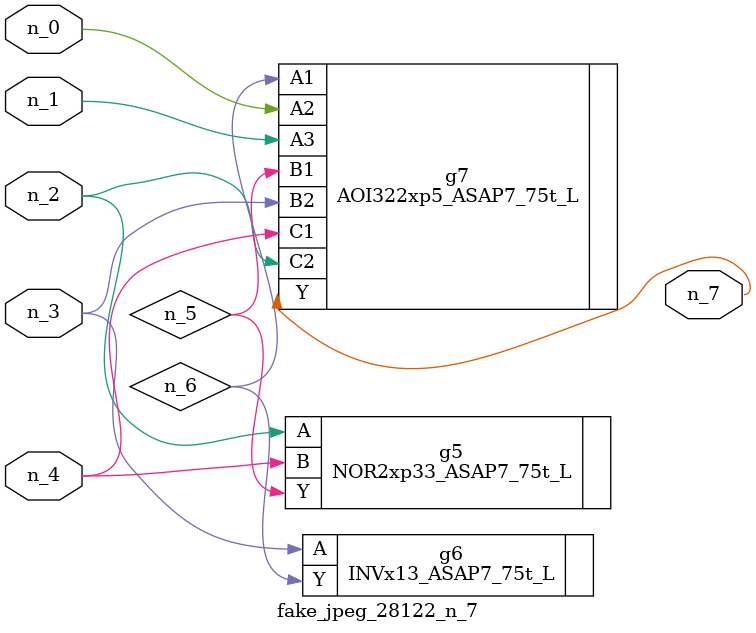
<source format=v>
module fake_jpeg_28122_n_7 (n_3, n_2, n_1, n_0, n_4, n_7);

input n_3;
input n_2;
input n_1;
input n_0;
input n_4;

output n_7;

wire n_6;
wire n_5;

NOR2xp33_ASAP7_75t_L g5 ( 
.A(n_2),
.B(n_4),
.Y(n_5)
);

INVx13_ASAP7_75t_L g6 ( 
.A(n_3),
.Y(n_6)
);

AOI322xp5_ASAP7_75t_L g7 ( 
.A1(n_6),
.A2(n_0),
.A3(n_1),
.B1(n_5),
.B2(n_3),
.C1(n_4),
.C2(n_2),
.Y(n_7)
);


endmodule
</source>
